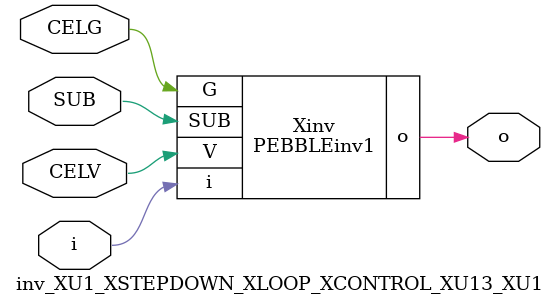
<source format=v>



module PEBBLEinv1 ( o, G, SUB, V, i );

  input V;
  input i;
  input G;
  output o;
  input SUB;
endmodule

//Celera Confidential Do Not Copy inv_XU1_XSTEPDOWN_XLOOP_XCONTROL_XU13_XU1
//Celera Confidential Symbol Generator
//5V Inverter
module inv_XU1_XSTEPDOWN_XLOOP_XCONTROL_XU13_XU1 (CELV,CELG,i,o,SUB);
input CELV;
input CELG;
input i;
input SUB;
output o;

//Celera Confidential Do Not Copy inv
PEBBLEinv1 Xinv(
.V (CELV),
.i (i),
.o (o),
.SUB (SUB),
.G (CELG)
);
//,diesize,PEBBLEinv1

//Celera Confidential Do Not Copy Module End
//Celera Schematic Generator
endmodule

</source>
